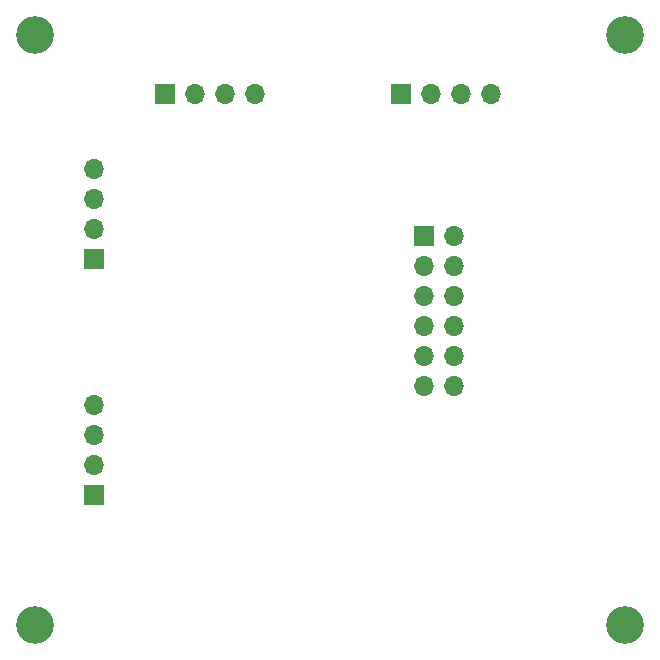
<source format=gbr>
%TF.GenerationSoftware,KiCad,Pcbnew,9.0.0*%
%TF.CreationDate,2025-03-24T14:11:43-07:00*%
%TF.ProjectId,SMRRC_PacketSerial,534d5252-435f-4506-9163-6b6574536572,n/c*%
%TF.SameCoordinates,Original*%
%TF.FileFunction,Soldermask,Bot*%
%TF.FilePolarity,Negative*%
%FSLAX46Y46*%
G04 Gerber Fmt 4.6, Leading zero omitted, Abs format (unit mm)*
G04 Created by KiCad (PCBNEW 9.0.0) date 2025-03-24 14:11:43*
%MOMM*%
%LPD*%
G01*
G04 APERTURE LIST*
%ADD10R,1.700000X1.700000*%
%ADD11O,1.700000X1.700000*%
%ADD12C,3.200000*%
G04 APERTURE END LIST*
D10*
%TO.C,J5*%
X133000000Y-67000000D03*
D11*
X135540000Y-67000000D03*
X133000000Y-69540000D03*
X135540000Y-69540000D03*
X133000000Y-72080000D03*
X135540000Y-72080000D03*
X133000000Y-74620000D03*
X135540000Y-74620000D03*
X133000000Y-77160000D03*
X135540000Y-77160000D03*
X133000000Y-79700000D03*
X135540000Y-79700000D03*
%TD*%
D10*
%TO.C,J4*%
X105000000Y-69000000D03*
D11*
X105000000Y-66460000D03*
X105000000Y-63920000D03*
X105000000Y-61380000D03*
%TD*%
D10*
%TO.C,J3*%
X105000000Y-89000000D03*
D11*
X105000000Y-86460000D03*
X105000000Y-83920000D03*
X105000000Y-81380000D03*
%TD*%
D10*
%TO.C,J2*%
X131000000Y-55000000D03*
D11*
X133540000Y-55000000D03*
X136080000Y-55000000D03*
X138620000Y-55000000D03*
%TD*%
D10*
%TO.C,J1*%
X111000000Y-55000000D03*
D11*
X113540000Y-55000000D03*
X116080000Y-55000000D03*
X118620000Y-55000000D03*
%TD*%
D12*
%TO.C,H4*%
X100000000Y-50000000D03*
%TD*%
%TO.C,H3*%
X150000000Y-50000000D03*
%TD*%
%TO.C,H2*%
X150000000Y-100000000D03*
%TD*%
%TO.C,H1*%
X100000000Y-100000000D03*
%TD*%
M02*

</source>
